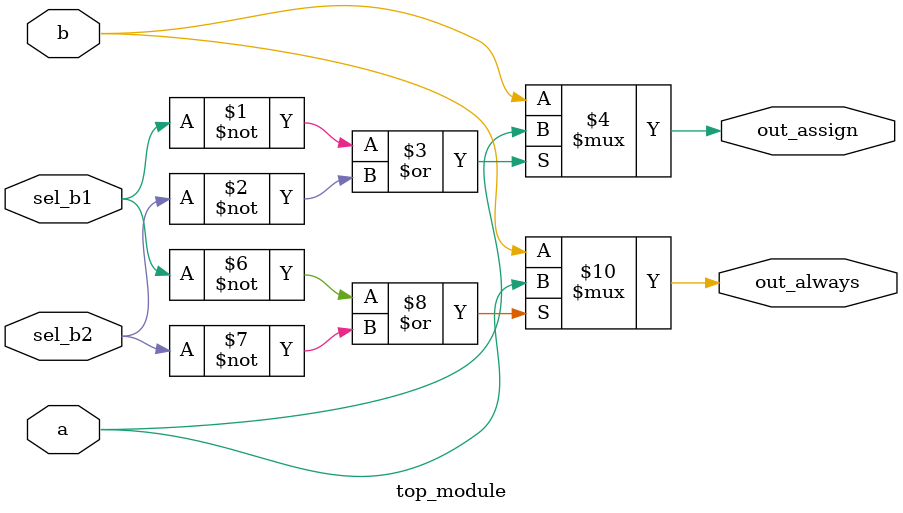
<source format=v>
module top_module(
    input a,
    input b,
    input sel_b1,
    input sel_b2,
    output wire out_assign,
    output reg out_always   ); 
    assign out_assign=(sel_b1==0|sel_b2==0) ? a:b;
    always@(*)
        begin
            if(sel_b1==0|sel_b2==0)
                begin
                    out_always=a;
                end
        else 
            begin
                out_always=b;
            end
        end
    

endmodule

</source>
